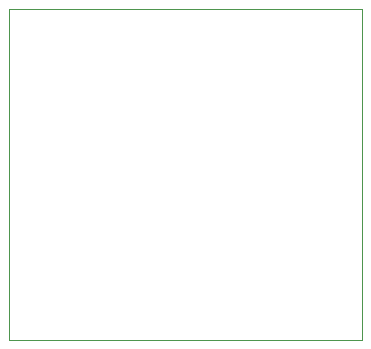
<source format=gko>
G04 #@! TF.FileFunction,Profile,NP*
%FSLAX46Y46*%
G04 Gerber Fmt 4.6, Leading zero omitted, Abs format (unit mm)*
G04 Created by KiCad (PCBNEW (2014-12-04 BZR 5312)-product) date 1/7/2015 12:55:41 AM*
%MOMM*%
G01*
G04 APERTURE LIST*
%ADD10C,0.100000*%
G04 APERTURE END LIST*
D10*
X78994000Y-25019000D02*
X49149000Y-25019000D01*
X78994000Y-53086000D02*
X78994000Y-25019000D01*
X49149000Y-53086000D02*
X78994000Y-53086000D01*
X49149000Y-25019000D02*
X49149000Y-53086000D01*
M02*

</source>
